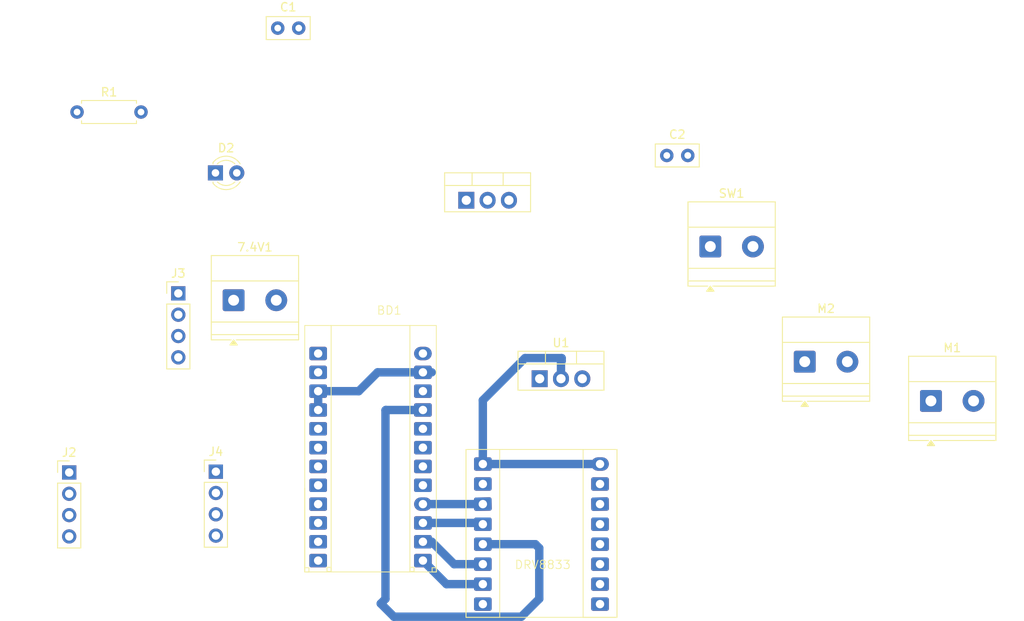
<source format=kicad_pcb>
(kicad_pcb (version 20241229) (generator "pcbnew") (generator_version "9.0")
  (layers (0 "F.Cu" signal) (2 "B.Cu" signal) (13 "F.Paste" user) (15 "B.Paste" user) (5 "F.SilkS" user "F.Silkscreen") (7 "B.SilkS" user "B.Silkscreen") (1 "F.Mask" user) (3 "B.Mask" user) (25 "Edge.Cuts" user))
  (net 0 "")
  (net 1 "Output1")
  (net 3 "Output 2")
  (net 4 "IZQ 2")
  (net 7 "Output 3")
  (net 8 "DER 2")
  (net 10 "LED 1")
  (net 11 "DER 1")
  (net 12 "IZQ 1")
  (net 14 "GND")
  (net 15 "+5V")
  (net 16 "LED_1")
  (net 18 "Net-(DRV8833-AO1)")
  (net 19 "Net-(DRV8833-AO2)")
  (net 20 "Vtba")
  (net 21 "Net-(DRV8833-BO2)")
  (net 22 "Net-(DRV8833-BO1)")
  (net 26 "Vout")
  (net 32 "Net-(D2-A)")
  (net 33 "Net-(7.4V1-Pin_2)")
  (footprint "Capacitor_THT:C_Disc_D5.0mm_W2.5mm_P2.50mm" (layer "F.Cu") (at 108.125 49.805)
    (property "Reference" "C2" (at 1.25 -2.5 0) (layer "F.SilkS"))
    (property "Value" "100nF")
    (fp_line (start -1.37 -1.37) (end -1.37 1.37) (stroke (width 0.12)) (layer "F.SilkS"))
    (fp_line (start -1.37 -1.37) (end 3.87 -1.37) (stroke (width 0.12)) (layer "F.SilkS"))
    (fp_line (start -1.37 1.37) (end 3.87 1.37) (stroke (width 0.12)) (layer "F.SilkS"))
    (fp_line (start 3.87 -1.37) (end 3.87 1.37) (stroke (width 0.12)) (layer "F.SilkS"))
    (pad "1" thru_hole circle (at 0 0) (size 1.6 1.6) (drill 0.8) (layers "*.Cu" "*.Mask") (net 15 "+5V"))
    (pad "2" thru_hole circle (at 2.5 0) (size 1.6 1.6) (drill 0.8) (layers "*.Cu" "*.Mask") (net 14 "GND"))
  )
  (footprint "Connector_PinHeader_2.54mm:PinHeader_1x04_P2.54mm_Vertical" (layer "F.Cu") (at 49.93 66.235)
    (property "Reference" "J3" (at 0 -2.38 0) (layer "F.SilkS"))
    (property "Value" "Conn_01x04_Shielded")
    (fp_line (start -1.38 -1.38) (end 0 -1.38) (stroke (width 0.12)) (layer "F.SilkS"))
    (fp_line (start -1.38 0) (end -1.38 -1.38) (stroke (width 0.12)) (layer "F.SilkS"))
    (fp_line (start -1.38 1.27) (end -1.38 9) (stroke (width 0.12)) (layer "F.SilkS"))
    (fp_line (start -1.38 1.27) (end 1.38 1.27) (stroke (width 0.12)) (layer "F.SilkS"))
    (fp_line (start -1.38 9) (end 1.38 9) (stroke (width 0.12)) (layer "F.SilkS"))
    (fp_line (start 1.38 1.27) (end 1.38 9) (stroke (width 0.12)) (layer "F.SilkS"))
    (pad "1" thru_hole rect (at 0 0) (size 1.7 1.7) (drill 1) (layers "*.Cu" "*.Mask"))
    (pad "2" thru_hole circle (at 0 2.54) (size 1.7 1.7) (drill 1) (layers "*.Cu" "*.Mask") (net 3 "Output 2"))
    (pad "3" thru_hole circle (at 0 5.08) (size 1.7 1.7) (drill 1) (layers "*.Cu" "*.Mask") (net 15 "+5V"))
    (pad "4" thru_hole circle (at 0 7.62) (size 1.7 1.7) (drill 1) (layers "*.Cu" "*.Mask") (net 14 "GND"))
  )
  (footprint "Connector_PinHeader_2.54mm:PinHeader_1x04_P2.54mm_Vertical" (layer "F.Cu") (at 36.93 87.57)
    (property "Reference" "J2" (at 0 -2.38 0) (layer "F.SilkS"))
    (property "Value" "Conn_01x04_Shielded")
    (fp_line (start -1.38 -1.38) (end 0 -1.38) (stroke (width 0.12)) (layer "F.SilkS"))
    (fp_line (start -1.38 0) (end -1.38 -1.38) (stroke (width 0.12)) (layer "F.SilkS"))
    (fp_line (start -1.38 1.27) (end -1.38 9) (stroke (width 0.12)) (layer "F.SilkS"))
    (fp_line (start -1.38 1.27) (end 1.38 1.27) (stroke (width 0.12)) (layer "F.SilkS"))
    (fp_line (start -1.38 9) (end 1.38 9) (stroke (width 0.12)) (layer "F.SilkS"))
    (fp_line (start 1.38 1.27) (end 1.38 9) (stroke (width 0.12)) (layer "F.SilkS"))
    (pad "1" thru_hole rect (at 0 0) (size 1.7 1.7) (drill 1) (layers "*.Cu" "*.Mask"))
    (pad "2" thru_hole circle (at 0 2.54) (size 1.7 1.7) (drill 1) (layers "*.Cu" "*.Mask") (net 1 "Output1"))
    (pad "3" thru_hole circle (at 0 5.08) (size 1.7 1.7) (drill 1) (layers "*.Cu" "*.Mask") (net 15 "+5V"))
    (pad "4" thru_hole circle (at 0 7.62) (size 1.7 1.7) (drill 1) (layers "*.Cu" "*.Mask") (net 14 "GND"))
  )
  (footprint "Connector_PinHeader_2.54mm:PinHeader_1x04_P2.54mm_Vertical" (layer "F.Cu") (at 54.405 87.475)
    (property "Reference" "J4" (at 0 -2.38 0) (layer "F.SilkS"))
    (property "Value" "Conn_01x04_Shielded")
    (fp_line (start -1.38 -1.38) (end 0 -1.38) (stroke (width 0.12)) (layer "F.SilkS"))
    (fp_line (start -1.38 0) (end -1.38 -1.38) (stroke (width 0.12)) (layer "F.SilkS"))
    (fp_line (start -1.38 1.27) (end -1.38 9) (stroke (width 0.12)) (layer "F.SilkS"))
    (fp_line (start -1.38 1.27) (end 1.38 1.27) (stroke (width 0.12)) (layer "F.SilkS"))
    (fp_line (start -1.38 9) (end 1.38 9) (stroke (width 0.12)) (layer "F.SilkS"))
    (fp_line (start 1.38 1.27) (end 1.38 9) (stroke (width 0.12)) (layer "F.SilkS"))
    (pad "1" thru_hole rect (at 0 0) (size 1.7 1.7) (drill 1) (layers "*.Cu" "*.Mask"))
    (pad "2" thru_hole circle (at 0 2.54) (size 1.7 1.7) (drill 1) (layers "*.Cu" "*.Mask") (net 7 "Output 3"))
    (pad "3" thru_hole circle (at 0 5.08) (size 1.7 1.7) (drill 1) (layers "*.Cu" "*.Mask") (net 15 "+5V"))
    (pad "4" thru_hole circle (at 0 7.62) (size 1.7 1.7) (drill 1) (layers "*.Cu" "*.Mask") (net 14 "GND"))
  )
  (footprint "LED_THT:LED_D3.0mm_FlatTop" (layer "F.Cu") (at 54.355 51.88)
    (property "Reference" "D2" (at 1.27 -2.96 0) (layer "F.SilkS"))
    (property "Value" "LED")
    (fp_line (start -0.29 -1.236) (end -0.29 -1.08) (stroke (width 0.12)) (layer "F.SilkS"))
    (fp_line (start -0.29 1.08) (end -0.29 1.236) (stroke (width 0.12)) (layer "F.SilkS"))
    (fp_arc (start -0.29 -1.235516) (mid 1.365624 -1.987701) (end 2.941397 -1.080061) (stroke (width 0.12)) (layer "F.SilkS"))
    (fp_arc (start 0.229039 -1.08) (mid 1.269964 -1.5) (end 2.31091 -1.080049) (stroke (width 0.12)) (layer "F.SilkS"))
    (fp_arc (start 2.31091 1.080049) (mid 1.269964 1.5) (end 0.229039 1.08) (stroke (width 0.12)) (layer "F.SilkS"))
    (fp_arc (start 2.941397 1.080061) (mid 1.365624 1.987701) (end -0.29 1.235516) (stroke (width 0.12)) (layer "F.SilkS"))
    (pad "1" thru_hole rect (at 0 0) (size 1.8 1.8) (drill 0.9) (layers "*.Cu" "*.Mask") (net 14 "GND"))
    (pad "2" thru_hole circle (at 2.54 0) (size 1.8 1.8) (drill 0.9) (layers "*.Cu" "*.Mask") (net 32 "Net-(D2-A)"))
  )
  (footprint "mini sumo:Arduino PRO Micro" (layer "F.Cu") (at 75.06 86.758182)
    (property "Reference" "BD1" (at 0 -18.5 0) (layer "F.SilkS") (effects (font (thickness 0.1))))
    (property "Value" "Arduino_Pro_Micro")
    (fp_line (start -10.07 12.66) (end -10.07 2.66) (stroke (width 0.1)) (layer "F.SilkS"))
    (fp_line (start -10.07 12.66) (end -9.57 12.66) (stroke (width 0.1)) (layer "F.SilkS"))
    (fp_line (start -9.57 12.16) (end -10.07 12.16) (stroke (width 0.1)) (layer "F.SilkS"))
    (fp_line (start -9.57 12.66) (end -9.57 12.16) (stroke (width 0.1)) (layer "F.SilkS"))
    (fp_line (start -6.92 12.61) (end -6.92 -16.7) (stroke (width 0.1)) (layer "F.SilkS"))
    (fp_line (start 2.46 12.66) (end 2.46 -16.7) (stroke (width 0.1)) (layer "F.SilkS"))
    (fp_line (start 5.11 12.66) (end 5.11 12.16) (stroke (width 0.1)) (layer "F.SilkS"))
    (fp_line (start 5.61 12.16) (end 5.11 12.16) (stroke (width 0.1)) (layer "F.SilkS"))
    (fp_line (start 5.61 12.66) (end 5.11 12.66) (stroke (width 0.1)) (layer "F.SilkS"))
    (fp_line (start 5.61 12.66) (end 5.61 12.16) (stroke (width 0.1)) (layer "F.SilkS"))
    (fp_rect (start -10.07 -16.7) (end 5.61 12.66) (stroke (width 0.1)) (fill no) (layer "F.SilkS"))
    (fp_rect (start -7.42 12.11) (end -6.92 12.61) (stroke (width 0.1)) (fill no) (layer "F.SilkS"))
    (fp_rect (start 2.46 12.11) (end 2.96 12.61) (stroke (width 0.1)) (fill no) (layer "F.SilkS"))
    (pad "1" thru_hole roundrect (at -8.47 -13.36) (size 2.1 1.6) (drill 1) (layers "*.Cu" "*.Mask") (roundrect_rratio 0.15625))
    (pad "2" thru_hole roundrect (at -8.47 -11.117273) (size 2.1 1.6) (drill 1) (layers "*.Cu" "*.Mask") (roundrect_rratio 0.15625))
    (pad "3" thru_hole roundrect (at -8.47 -8.874545) (size 2.1 1.6) (drill 1) (layers "*.Cu" "*.Mask") (roundrect_rratio 0.1312335958) (net 14 "GND"))
    (pad "4" thru_hole roundrect (at -8.47 -6.631818) (size 2.1 1.6) (drill 1) (layers "*.Cu" "*.Mask") (roundrect_rratio 0.1312335958) (net 14 "GND"))
    (pad "5" thru_hole roundrect (at -8.47 -4.389091) (size 2.1 1.6) (drill 1) (layers "*.Cu" "*.Mask") (roundrect_rratio 0.1312335958) (net 7 "Output 3"))
    (pad "6" thru_hole roundrect (at -8.47 -2.146364) (size 2.1 1.6) (drill 1) (layers "*.Cu" "*.Mask") (roundrect_rratio 0.1312335958) (net 3 "Output 2"))
    (pad "7" thru_hole roundrect (at -8.47 0.096364) (size 2.1 1.6) (drill 1) (layers "*.Cu" "*.Mask") (roundrect_rratio 0.1312335958) (net 1 "Output1"))
    (pad "8" thru_hole roundrect (at -8.47 2.339091) (size 2.1 1.6) (drill 1) (layers "*.Cu" "*.Mask") (roundrect_rratio 0.1312335958) (net 10 "LED 1"))
    (pad "9" thru_hole roundrect (at -8.47 4.581818) (size 2.1 1.6) (drill 1) (layers "*.Cu" "*.Mask") (roundrect_rratio 0.1312335958))
    (pad "10" thru_hole roundrect (at -8.47 6.824545) (size 2.1 1.6) (drill 1) (layers "*.Cu" "*.Mask") (roundrect_rratio 0.1312335958))
    (pad "11" thru_hole roundrect (at -8.47 9.067273) (size 2.1 1.6) (drill 1) (layers "*.Cu" "*.Mask") (roundrect_rratio 0.1312335958))
    (pad "12" thru_hole roundrect (at -8.47 11.31) (size 2.1 1.6) (drill 1) (layers "*.Cu" "*.Mask") (roundrect_rratio 0.1312335958))
    (pad "13" thru_hole roundrect (at 4.01 11.31) (size 2.1 1.6) (drill 1) (layers "*.Cu" "*.Mask") (roundrect_rratio 0.1312335958) (net 8 "DER 2"))
    (pad "14" thru_hole roundrect (at 4.01 9.067273) (size 2.1 1.6) (drill 1) (layers "*.Cu" "*.Mask") (roundrect_rratio 0.1312335958) (net 11 "DER 1"))
    (pad "15" thru_hole roundrect (at 4.01 6.824545) (size 2.1 1.6) (drill 1) (layers "*.Cu" "*.Mask") (roundrect_rratio 0.1312335958) (net 12 "IZQ 1"))
    (pad "16" thru_hole roundrect (at 4.01 4.581818) (size 2.1 1.6) (drill 1) (layers "*.Cu" "*.Mask") (roundrect_rratio 0.5) (net 4 "IZQ 2"))
    (pad "17" thru_hole roundrect (at 4.01 2.339091) (size 2.1 1.6) (drill 1) (layers "*.Cu" "*.Mask") (roundrect_rratio 0.1312335958))
    (pad "18" thru_hole roundrect (at 4.01 0.096364) (size 2.1 1.6) (drill 1) (layers "*.Cu" "*.Mask") (roundrect_rratio 0.1312335958))
    (pad "19" thru_hole roundrect (at 4.01 -2.146364) (size 2.1 1.6) (drill 1) (layers "*.Cu" "*.Mask") (roundrect_rratio 0.1312335958))
    (pad "20" thru_hole roundrect (at 4.01 -4.389091) (size 2.1 1.6) (drill 1) (layers "*.Cu" "*.Mask") (roundrect_rratio 0.1312335958))
    (pad "21" thru_hole roundrect (at 4.01 -6.631818) (size 2.1 1.6) (drill 1) (layers "*.Cu" "*.Mask") (roundrect_rratio 0.1312335958) (net 15 "+5V"))
    (pad "22" thru_hole roundrect (at 4.01 -8.874545) (size 2.1 1.6) (drill 1) (layers "*.Cu" "*.Mask") (roundrect_rratio 0.1312335958))
    (pad "23" thru_hole roundrect (at 4.01 -11.117273) (size 2.1 1.6) (drill 1) (layers "*.Cu" "*.Mask") (roundrect_rratio 0.15625) (net 14 "GND"))
    (pad "24" thru_hole roundrect (at 4.01 -13.36) (size 2.1 1.6) (drill 1) (layers "*.Cu" "*.Mask") (roundrect_rratio 0.5))
  )
  (footprint "TerminalBlock_Phoenix:TerminalBlock_Phoenix_MKDS-1,5-2-5.08_1x02_P5.08mm_Horizontal" (layer "F.Cu") (at 139.595 79.045)
    (property "Reference" "M1" (at 2.54 -6.32 0) (layer "F.SilkS"))
    (property "Value" "Screw_Terminal_01x02")
    (fp_line (start -2.66 -5.32) (end -2.66 4.72) (stroke (width 0.12)) (layer "F.SilkS"))
    (fp_line (start -2.66 -5.32) (end 7.74 -5.32) (stroke (width 0.12)) (layer "F.SilkS"))
    (fp_line (start -2.66 -2.3) (end 7.74 -2.3) (stroke (width 0.12)) (layer "F.SilkS"))
    (fp_line (start -2.66 2.6) (end 7.74 2.6) (stroke (width 0.12)) (layer "F.SilkS"))
    (fp_line (start -2.66 4.1) (end 7.74 4.1) (stroke (width 0.12)) (layer "F.SilkS"))
    (fp_line (start -2.66 4.72) (end -0.3 4.72) (stroke (width 0.12)) (layer "F.SilkS"))
    (fp_line (start 0.3 4.72) (end 7.74 4.72) (stroke (width 0.12)) (layer "F.SilkS"))
    (fp_line (start 7.74 -5.32) (end 7.74 4.72) (stroke (width 0.12)) (layer "F.SilkS"))
    (fp_poly (pts (xy 0 4.72) (xy 0.44 5.33) (xy -0.44 5.33)) (stroke (width 0.12)) (fill yes) (layer "F.SilkS"))
    (pad "1" thru_hole roundrect (at 0 0) (size 2.6 2.6) (drill 1.3) (layers "*.Cu" "*.Mask") (roundrect_rratio 0.096154) (net 22 "Net-(DRV8833-BO1)"))
    (pad "2" thru_hole circle (at 5.08 0) (size 2.6 2.6) (drill 1.3) (layers "*.Cu" "*.Mask") (net 21 "Net-(DRV8833-BO2)"))
  )
  (footprint "TerminalBlock_Phoenix:TerminalBlock_Phoenix_MKDS-1,5-2-5.08_1x02_P5.08mm_Horizontal" (layer "F.Cu") (at 113.31 60.65)
    (property "Reference" "SW1" (at 2.54 -6.32 0) (layer "F.SilkS"))
    (property "Value" "SW_SPST")
    (fp_line (start -2.66 -5.32) (end -2.66 4.72) (stroke (width 0.12)) (layer "F.SilkS"))
    (fp_line (start -2.66 -5.32) (end 7.74 -5.32) (stroke (width 0.12)) (layer "F.SilkS"))
    (fp_line (start -2.66 -2.3) (end 7.74 -2.3) (stroke (width 0.12)) (layer "F.SilkS"))
    (fp_line (start -2.66 2.6) (end 7.74 2.6) (stroke (width 0.12)) (layer "F.SilkS"))
    (fp_line (start -2.66 4.1) (end 7.74 4.1) (stroke (width 0.12)) (layer "F.SilkS"))
    (fp_line (start -2.66 4.72) (end -0.3 4.72) (stroke (width 0.12)) (layer "F.SilkS"))
    (fp_line (start 0.3 4.72) (end 7.74 4.72) (stroke (width 0.12)) (layer "F.SilkS"))
    (fp_line (start 7.74 -5.32) (end 7.74 4.72) (stroke (width 0.12)) (layer "F.SilkS"))
    (fp_poly (pts (xy 0 4.72) (xy 0.44 5.33) (xy -0.44 5.33)) (stroke (width 0.12)) (fill yes) (layer "F.SilkS"))
    (pad "1" thru_hole roundrect (at 0 0) (size 2.6 2.6) (drill 1.3) (layers "*.Cu" "*.Mask") (roundrect_rratio 0.096154) (net 33 "Net-(7.4V1-Pin_2)"))
    (pad "2" thru_hole circle (at 5.08 0) (size 2.6 2.6) (drill 1.3) (layers "*.Cu" "*.Mask") (net 26 "Vout"))
  )
  (footprint "Resistor_THT:R_Axial_DIN0207_L6.3mm_D2.5mm_P7.62mm_Horizontal" (layer "F.Cu") (at 37.865 44.63)
    (property "Reference" "R1" (at 3.81 -2.37 0) (layer "F.SilkS"))
    (property "Value" "R")
    (fp_line (start 0.54 -1.37) (end 7.08 -1.37) (stroke (width 0.12)) (layer "F.SilkS"))
    (fp_line (start 0.54 -1.04) (end 0.54 -1.37) (stroke (width 0.12)) (layer "F.SilkS"))
    (fp_line (start 0.54 1.04) (end 0.54 1.37) (stroke (width 0.12)) (layer "F.SilkS"))
    (fp_line (start 0.54 1.37) (end 7.08 1.37) (stroke (width 0.12)) (layer "F.SilkS"))
    (fp_line (start 7.08 -1.37) (end 7.08 -1.04) (stroke (width 0.12)) (layer "F.SilkS"))
    (fp_line (start 7.08 1.37) (end 7.08 1.04) (stroke (width 0.12)) (layer "F.SilkS"))
    (pad "1" thru_hole circle (at 0 0) (size 1.6 1.6) (drill 0.8) (layers "*.Cu" "*.Mask") (net 32 "Net-(D2-A)"))
    (pad "2" thru_hole oval (at 7.62 0) (size 1.6 1.6) (drill 0.8) (layers "*.Cu" "*.Mask") (net 16 "LED_1"))
  )
  (footprint "mini sumo:drv8833" (layer "F.Cu") (at 94.34 98.436035 180)
    (property "Reference" "DRV8833" (at 0.99 -0.13 0) (layer "F.SilkS") (effects (font (thickness 0.1))))
    (property "Value" "~")
    (fp_line (start 10.135 -6.39) (end 10.135 13.61) (stroke (width 0.1)) (layer "F.SilkS"))
    (fp_line (start 10.135 -6.39) (end 6.12 -6.39) (stroke (width 0.1)) (layer "F.SilkS"))
    (fp_line (start 6.12 -6.39) (end 6.12 13.6) (stroke (width 0.1)) (layer "F.SilkS"))
    (fp_line (start -3.82 -6.39) (end -3.82 13.6) (stroke (width 0.1)) (layer "F.SilkS"))
    (fp_line (start -7.855 -6.39) (end -3.82 -6.39) (stroke (width 0.1)) (layer "F.SilkS"))
    (fp_line (start -7.855 -6.39) (end -7.855 13.61) (stroke (width 0.1)) (layer "F.SilkS"))
    (fp_rect (start -7.855 -6.39) (end 10.135 13.61) (stroke (width 0.1)) (fill no) (layer "F.SilkS"))
    (pad "1" thru_hole roundrect (at -5.83 -4.8178 180) (size 2.1 1.6) (drill 1) (layers "*.Cu" "*.Mask") (roundrect_rratio 0.15) (net 20 "Vtba"))
    (pad "2" thru_hole roundrect (at -5.83 -2.437843 180) (size 2.1 1.6) (drill 1) (layers "*.Cu" "*.Mask") (roundrect_rratio 0.15) (net 26 "Vout"))
    (pad "3" thru_hole roundrect (at -5.83 -0.057886 180) (size 2.1 1.6) (drill 1) (layers "*.Cu" "*.Mask") (roundrect_rratio 0.15))
    (pad "4" thru_hole roundrect (at -5.83 2.322071 180) (size 2.1 1.6) (drill 1) (layers "*.Cu" "*.Mask") (roundrect_rratio 0.15) (net 18 "Net-(DRV8833-AO1)"))
    (pad "5" thru_hole roundrect (at -5.83 4.702027 180) (size 2.1 1.6) (drill 1) (layers "*.Cu" "*.Mask") (roundrect_rratio 0.15) (net 19 "Net-(DRV8833-AO2)"))
    (pad "6" thru_hole roundrect (at -5.83 7.096035 181) (size 2.1 1.6) (drill 1) (layers "*.Cu" "*.Mask") (roundrect_rratio 0.15) (net 21 "Net-(DRV8833-BO2)"))
    (pad "7" thru_hole roundrect (at -5.83 9.490043 180) (size 2.1 1.6) (drill 1) (layers "*.Cu" "*.Mask") (roundrect_rratio 0.15) (net 22 "Net-(DRV8833-BO1)"))
    (pad "8" thru_hole roundrect (at -5.83 11.87 180) (size 2.1 1.6) (drill 1) (layers "*.Cu" "*.Mask") (roundrect_rratio 0.5) (net 14 "GND"))
    (pad "9" thru_hole roundrect (at 8.13 11.87 180) (size 2.1 1.6) (drill 1) (layers "*.Cu" "*.Mask") (roundrect_rratio 0.15) (net 14 "GND"))
    (pad "10" thru_hole roundrect (at 8.13 9.490043 180) (size 2.1 1.6) (drill 1) (layers "*.Cu" "*.Mask") (roundrect_rratio 0.15))
    (pad "11" thru_hole roundrect (at 8.13 7.096035 181) (size 2.1 1.6) (drill 1) (layers "*.Cu" "*.Mask") (roundrect_rratio 0.15) (net 4 "IZQ 2"))
    (pad "12" thru_hole roundrect (at 8.13 4.702027 180) (size 2.1 1.6) (drill 1) (layers "*.Cu" "*.Mask") (roundrect_rratio 0.15) (net 12 "IZQ 1"))
    (pad "13" thru_hole roundrect (at 8.13 2.322071 180) (size 2.1 1.6) (drill 1) (layers "*.Cu" "*.Mask") (roundrect_rratio 0.15) (net 15 "+5V"))
    (pad "14" thru_hole roundrect (at 8.13 -0.057886 180) (size 2.1 1.6) (drill 1) (layers "*.Cu" "*.Mask") (roundrect_rratio 0.15) (net 11 "DER 1"))
    (pad "15" thru_hole roundrect (at 8.13 -2.437843 180) (size 2.1 1.6) (drill 1) (layers "*.Cu" "*.Mask") (roundrect_rratio 0.15) (net 8 "DER 2"))
    (pad "16" thru_hole roundrect (at 8.13 -4.8178 180) (size 2.1 1.6) (drill 1) (layers "*.Cu" "*.Mask") (roundrect_rratio 0.15))
  )
  (footprint "TerminalBlock_Phoenix:TerminalBlock_Phoenix_MKDS-1,5-2-5.08_1x02_P5.08mm_Horizontal" (layer "F.Cu") (at 124.56 74.3725)
    (property "Reference" "M2" (at 2.54 -6.32 0) (layer "F.SilkS"))
    (property "Value" "Screw_Terminal_01x02")
    (fp_line (start -2.66 -5.32) (end -2.66 4.72) (stroke (width 0.12)) (layer "F.SilkS"))
    (fp_line (start -2.66 -5.32) (end 7.74 -5.32) (stroke (width 0.12)) (layer "F.SilkS"))
    (fp_line (start -2.66 -2.3) (end 7.74 -2.3) (stroke (width 0.12)) (layer "F.SilkS"))
    (fp_line (start -2.66 2.6) (end 7.74 2.6) (stroke (width 0.12)) (layer "F.SilkS"))
    (fp_line (start -2.66 4.1) (end 7.74 4.1) (stroke (width 0.12)) (layer "F.SilkS"))
    (fp_line (start -2.66 4.72) (end -0.3 4.72) (stroke (width 0.12)) (layer "F.SilkS"))
    (fp_line (start 0.3 4.72) (end 7.74 4.72) (stroke (width 0.12)) (layer "F.SilkS"))
    (fp_line (start 7.74 -5.32) (end 7.74 4.72) (stroke (width 0.12)) (layer "F.SilkS"))
    (fp_poly (pts (xy 0 4.72) (xy 0.44 5.33) (xy -0.44 5.33)) (stroke (width 0.12)) (fill yes) (layer "F.SilkS"))
    (pad "1" thru_hole roundrect (at 0 0) (size 2.6 2.6) (drill 1.3) (layers "*.Cu" "*.Mask") (roundrect_rratio 0.096154) (net 19 "Net-(DRV8833-AO2)"))
    (pad "2" thru_hole circle (at 5.08 0) (size 2.6 2.6) (drill 1.3) (layers "*.Cu" "*.Mask") (net 18 "Net-(DRV8833-AO1)"))
  )
  (footprint "Package_TO_SOT_THT:TO-220-3_Vertical" (layer "F.Cu") (at 92.98 76.4)
    (property "Reference" "U1" (at 2.54 -4.27 0) (layer "F.SilkS"))
    (property "Value" "LM7805")
    (fp_line (start -2.58 -3.27) (end -2.58 1.371) (stroke (width 0.12)) (layer "F.SilkS"))
    (fp_line (start -2.58 -3.27) (end 7.66 -3.27) (stroke (width 0.12)) (layer "F.SilkS"))
    (fp_line (start -2.58 -1.76) (end 7.66 -1.76) (stroke (width 0.12)) (layer "F.SilkS"))
    (fp_line (start -2.58 1.371) (end 7.66 1.371) (stroke (width 0.12)) (layer "F.SilkS"))
    (fp_line (start 0.69 -3.27) (end 0.69 -1.76) (stroke (width 0.12)) (layer "F.SilkS"))
    (fp_line (start 4.391 -3.27) (end 4.391 -1.76) (stroke (width 0.12)) (layer "F.SilkS"))
    (fp_line (start 7.66 -3.27) (end 7.66 1.371) (stroke (width 0.12)) (layer "F.SilkS"))
    (pad "1" thru_hole rect (at 0 0) (size 1.905 2) (drill 1.1) (layers "*.Cu" "*.Mask") (net 26 "Vout"))
    (pad "2" thru_hole oval (at 2.54 0) (size 1.905 2) (drill 1.1) (layers "*.Cu" "*.Mask") (net 14 "GND"))
    (pad "3" thru_hole oval (at 5.08 0) (size 1.905 2) (drill 1.1) (layers "*.Cu" "*.Mask") (net 15 "+5V"))
  )
  (footprint "TerminalBlock_Phoenix:TerminalBlock_Phoenix_MKDS-1,5-2-5.08_1x02_P5.08mm_Horizontal" (layer "F.Cu") (at 56.52 67.05)
    (property "Reference" "7.4V1" (at 2.54 -6.32 0) (layer "F.SilkS"))
    (property "Value" "Bateria")
    (fp_line (start -2.66 -5.32) (end -2.66 4.72) (stroke (width 0.12)) (layer "F.SilkS"))
    (fp_line (start -2.66 -5.32) (end 7.74 -5.32) (stroke (width 0.12)) (layer "F.SilkS"))
    (fp_line (start -2.66 -2.3) (end 7.74 -2.3) (stroke (width 0.12)) (layer "F.SilkS"))
    (fp_line (start -2.66 2.6) (end 7.74 2.6) (stroke (width 0.12)) (layer "F.SilkS"))
    (fp_line (start -2.66 4.1) (end 7.74 4.1) (stroke (width 0.12)) (layer "F.SilkS"))
    (fp_line (start -2.66 4.72) (end -0.3 4.72) (stroke (width 0.12)) (layer "F.SilkS"))
    (fp_line (start 0.3 4.72) (end 7.74 4.72) (stroke (width 0.12)) (layer "F.SilkS"))
    (fp_line (start 7.74 -5.32) (end 7.74 4.72) (stroke (width 0.12)) (layer "F.SilkS"))
    (fp_poly (pts (xy 0 4.72) (xy 0.44 5.33) (xy -0.44 5.33)) (stroke (width 0.12)) (fill yes) (layer "F.SilkS"))
    (pad "1" thru_hole roundrect (at 0 0) (size 2.6 2.6) (drill 1.3) (layers "*.Cu" "*.Mask") (roundrect_rratio 0.096154) (net 14 "GND"))
    (pad "2" thru_hole circle (at 5.08 0) (size 2.6 2.6) (drill 1.3) (layers "*.Cu" "*.Mask") (net 33 "Net-(7.4V1-Pin_2)"))
  )
  (footprint "clipboard:00ae5553-6ae4-4fd6-b2c7-342c764e69c3" (layer "F.Cu") (at 88.63 53.38)
    (property "Reference" "" (at 0 0 0) (layer "F.SilkS") (effects (font (size 1.27 1.27))))
    (property "Value" "")
    (fp_line (start -6.971 -1.51) (end -6.971 3.131) (stroke (width 0.12)) (layer "F.SilkS"))
    (fp_line (start -6.971 -1.51) (end 3.269 -1.51) (stroke (width 0.12)) (layer "F.SilkS"))
    (fp_line (start -6.971 0) (end 3.269 0) (stroke (width 0.12)) (layer "F.SilkS"))
    (fp_line (start -6.971 3.131) (end 3.269 3.131) (stroke (width 0.12)) (layer "F.SilkS"))
    (fp_line (start -3.701 -1.51) (end -3.701 0) (stroke (width 0.12)) (layer "F.SilkS"))
    (fp_line (start 0 -1.51) (end 0 0) (stroke (width 0.12)) (layer "F.SilkS"))
    (fp_line (start 3.269 -1.51) (end 3.269 3.131) (stroke (width 0.12)) (layer "F.SilkS"))
    (pad "1" thru_hole rect (at -4.391 1.76) (size 1.905 2) (drill 1.1) (layers "*.Cu" "*.Mask"))
    (pad "2" thru_hole oval (at -1.851 1.76) (size 1.905 2) (drill 1.1) (layers "*.Cu" "*.Mask"))
    (pad "3" thru_hole oval (at 0.689 1.76) (size 1.905 2) (drill 1.1) (layers "*.Cu" "*.Mask"))
  )
  (footprint "Capacitor_THT:C_Disc_D5.0mm_W2.5mm_P2.50mm" (layer "F.Cu") (at 61.775 34.63)
    (property "Reference" "C1" (at 1.25 -2.5 0) (layer "F.SilkS"))
    (property "Value" "100nF")
    (fp_line (start -1.37 -1.37) (end -1.37 1.37) (stroke (width 0.12)) (layer "F.SilkS"))
    (fp_line (start -1.37 -1.37) (end 3.87 -1.37) (stroke (width 0.12)) (layer "F.SilkS"))
    (fp_line (start -1.37 1.37) (end 3.87 1.37) (stroke (width 0.12)) (layer "F.SilkS"))
    (fp_line (start 3.87 -1.37) (end 3.87 1.37) (stroke (width 0.12)) (layer "F.SilkS"))
    (pad "1" thru_hole circle (at 0 0) (size 1.6 1.6) (drill 0.8) (layers "*.Cu" "*.Mask") (net 26 "Vout"))
    (pad "2" thru_hole circle (at 2.5 0) (size 1.6 1.6) (drill 0.8) (layers "*.Cu" "*.Mask") (net 14 "GND"))
  )
  (segment (start 86.21 91.34) (end 79.07 91.34) (width 1) (layer "B.Cu") (net 4))
  (segment (start 79.07 98.068182) (end 81.875696 100.873878) (width 1) (layer "B.Cu") (net 8))
  (segment (start 81.875696 100.873878) (end 86.21 100.873878) (width 1) (layer "B.Cu") (net 8))
  (segment (start 82.788465 98.493921) (end 86.21 98.493921) (width 1) (layer "B.Cu") (net 11))
  (segment (start 80.119999 95.825455) (end 82.788465 98.493921) (width 1) (layer "B.Cu") (net 11))
  (segment (start 79.07 95.825455) (end 80.119999 95.825455) (width 1) (layer "B.Cu") (net 11))
  (segment (start 86.058719 93.582727) (end 86.21 93.734008) (width 1) (layer "B.Cu") (net 12))
  (segment (start 79.07 93.582727) (end 86.058719 93.582727) (width 1) (layer "B.Cu") (net 12))
  (segment (start 71.426363 77.883637) (end 66.59 77.883637) (width 1) (layer "B.Cu") (net 14))
  (segment (start 86.21 86.566035) (end 86.21 78.97) (width 1) (layer "B.Cu") (net 14))
  (segment (start 79.07 75.640909) (end 80.12 75.640909) (width 1) (layer "B.Cu") (net 14))
  (segment (start 95.6 74.28) (end 95.52 74.36) (width 1) (layer "B.Cu") (net 14))
  (segment (start 95.6 73.94) (end 95.6 74.28) (width 1) (layer "B.Cu") (net 14))
  (segment (start 100.17 86.566035) (end 86.21 86.566035) (width 1) (layer "B.Cu") (net 14))
  (segment (start 95.52 74.36) (end 95.52 76.4) (width 1) (layer "B.Cu") (net 14))
  (segment (start 91.24 73.94) (end 95.6 73.94) (width 1) (layer "B.Cu") (net 14))
  (segment (start 73.669091 75.640909) (end 71.426363 77.883637) (width 1) (layer "B.Cu") (net 14))
  (segment (start 79.07 75.640909) (end 73.669091 75.640909) (width 1) (layer "B.Cu") (net 14))
  (segment (start 86.21 78.97) (end 91.24 73.94) (width 1) (layer "B.Cu") (net 14))
  (segment (start 66.59 80.126364) (end 66.59 77.883637) (width 1) (layer "B.Cu") (net 14))
  (segment (start 74.61 102.63) (end 74.05 103.19) (width 1) (layer "B.Cu") (net 15))
  (segment (start 90.795165 104.754835) (end 92.93 102.62) (width 1) (layer "B.Cu") (net 15))
  (segment (start 75.614835 104.754835) (end 90.795165 104.754835) (width 1) (layer "B.Cu") (net 15))
  (segment (start 92.93 102.62) (end 92.93 96.58) (width 1) (layer "B.Cu") (net 15))
  (segment (start 86.21 96.113964) (end 86.213964 96.11) (width 1) (layer "B.Cu") (net 15))
  (segment (start 74.653636 80.126364) (end 74.61 80.17) (width 1) (layer "B.Cu") (net 15))
  (segment (start 92.463964 96.113964) (end 86.21 96.113964) (width 1) (layer "B.Cu") (net 15))
  (segment (start 79.07 80.126364) (end 74.653636 80.126364) (width 1) (layer "B.Cu") (net 15))
  (segment (start 74.61 80.17) (end 74.61 102.63) (width 1) (layer "B.Cu") (net 15))
  (segment (start 92.93 96.58) (end 92.463964 96.113964) (width 1) (layer "B.Cu") (net 15))
  (segment (start 74.05 103.19) (end 75.614835 104.754835) (width 1) (layer "B.Cu") (net 15))
)
</source>
